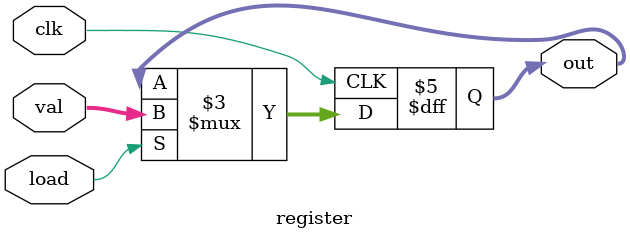
<source format=v>
module register(
    input wire [15:0]val,
    input wire load, clk,
    output reg [15:0]out  
);
always @(posedge clk) begin 
    if (load)
    out<=val;
    else 
    out=out;
end
endmodule
</source>
